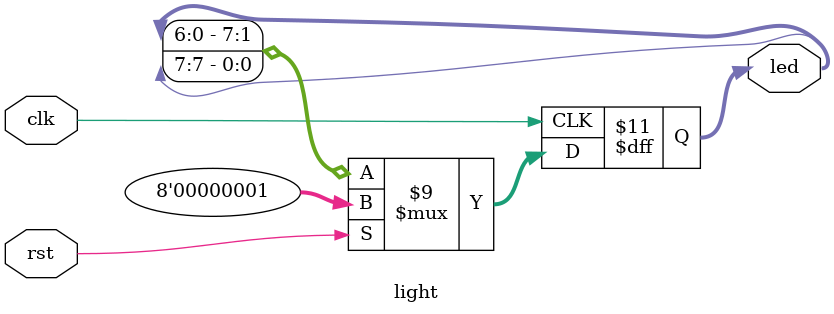
<source format=v>
module light(
    input clk,
    input rst,
    output reg [7:0] led
);
    reg [31:0] count;
    always @(posedge clk) begin
        if (rst) begin led <= 1; count <= 0; end
        else begin
            led <= {led[6:0], led[7]};
            count <= (count >= 5000000 ? 32'b0 : count + 1);
        end
    end
endmodule
</source>
